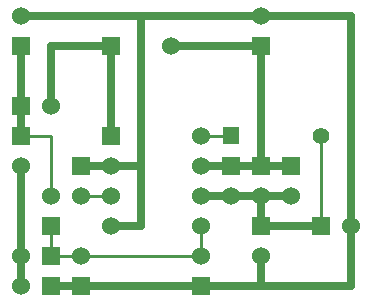
<source format=gbr>
G04 start of page 3 for group 1 idx 1 *
G04 Title: D3, solder *
G04 Creator: pcb 20100929 *
G04 CreationDate: 2012年01月16日 星期一 05时02分32秒 UTC *
G04 For: dword *
G04 Format: Gerber/RS-274X *
G04 PCB-Dimensions: 200000 200000 *
G04 PCB-Coordinate-Origin: lower left *
%MOIN*%
%FSLAX25Y25*%
%LNBACK*%
%ADD11C,0.0200*%
%ADD12C,0.0600*%
%ADD13C,0.0550*%
%ADD14C,0.0300*%
%ADD15C,0.0280*%
%ADD16C,0.0380*%
%ADD17C,0.0250*%
%ADD18C,0.0100*%
G54D17*X20000Y160000D02*Y180000D01*
X40000D01*
G54D18*X10000Y150000D02*X20000D01*
G54D17*X10000Y180000D02*Y150000D01*
Y190000D02*X120000D01*
X60000Y180000D02*X90000D01*
X10000Y140000D02*Y100000D01*
G54D18*X20000Y120000D02*Y110000D01*
G54D17*X40000Y180000D02*Y150000D01*
G54D18*Y130000D02*X30000D01*
G54D17*X50000Y120000D02*Y190000D01*
G54D18*X20000Y150000D02*Y130000D01*
G54D17*X110000Y120000D02*X90000D01*
Y110000D02*Y100000D01*
X70000Y130000D02*X100000D01*
X90000Y180000D02*Y140000D01*
X120000Y190000D02*Y100000D01*
G54D18*X110000Y150000D02*Y120000D01*
G54D17*X90000Y130000D02*Y120000D01*
X30000Y140000D02*X50000D01*
X120000Y100000D02*X20000D01*
G54D18*Y110000D02*X70000D01*
Y120000D01*
G54D17*X40000D02*X50000D01*
X100000Y140000D02*X70000D01*
G54D18*X80000Y150000D02*X70000D01*
G54D11*G36*
X7000Y183000D02*Y177000D01*
X13000D01*
Y183000D01*
X7000D01*
G37*
G54D12*X10000Y190000D03*
G54D11*G36*
X37000Y183000D02*Y177000D01*
X43000D01*
Y183000D01*
X37000D01*
G37*
G36*
X7000Y163000D02*Y157000D01*
X13000D01*
Y163000D01*
X7000D01*
G37*
G54D12*X20000Y160000D03*
X80000Y130000D03*
G54D11*G36*
X17000Y123000D02*Y117000D01*
X23000D01*
Y123000D01*
X17000D01*
G37*
G54D12*X20000Y130000D03*
G54D11*G36*
X107000Y123000D02*Y117000D01*
X113000D01*
Y123000D01*
X107000D01*
G37*
G54D12*X120000Y120000D03*
G54D11*G36*
X87000Y123000D02*Y117000D01*
X93000D01*
Y123000D01*
X87000D01*
G37*
G54D12*X90000Y110000D03*
G54D11*G36*
X97000Y143000D02*Y137000D01*
X103000D01*
Y143000D01*
X97000D01*
G37*
G54D12*X100000Y130000D03*
G54D11*G36*
X67000Y103000D02*Y97000D01*
X73000D01*
Y103000D01*
X67000D01*
G37*
G54D12*X70000Y110000D03*
G54D13*X110000Y150000D03*
G54D11*G36*
X17000Y103000D02*Y97000D01*
X23000D01*
Y103000D01*
X17000D01*
G37*
G54D12*X10000Y100000D03*
G54D11*G36*
X17000Y113000D02*Y107000D01*
X23000D01*
Y113000D01*
X17000D01*
G37*
G36*
X27000Y143000D02*Y137000D01*
X33000D01*
Y143000D01*
X27000D01*
G37*
G54D12*X30000Y130000D03*
G54D11*G36*
X37000Y153000D02*Y147000D01*
X43000D01*
Y153000D01*
X37000D01*
G37*
G54D12*X40000Y140000D03*
Y130000D03*
X10000Y110000D03*
G54D11*G36*
X7000Y153000D02*Y147000D01*
X13000D01*
Y153000D01*
X7000D01*
G37*
G54D12*X10000Y140000D03*
G54D11*G36*
X27000Y103000D02*Y97000D01*
X33000D01*
Y103000D01*
X27000D01*
G37*
G54D12*X30000Y110000D03*
X40000Y120000D03*
X70000D03*
Y130000D03*
Y140000D03*
Y150000D03*
G54D11*G36*
X87000Y143000D02*Y137000D01*
X93000D01*
Y143000D01*
X87000D01*
G37*
G54D12*X90000Y130000D03*
G54D11*G36*
X77000Y143000D02*Y137000D01*
X83000D01*
Y143000D01*
X77000D01*
G37*
G36*
X77250Y152750D02*Y147250D01*
X82750D01*
Y152750D01*
X77250D01*
G37*
G54D12*X60000Y180000D03*
G54D11*G36*
X87000Y183000D02*Y177000D01*
X93000D01*
Y183000D01*
X87000D01*
G37*
G54D12*X90000Y190000D03*
G54D14*G54D15*G54D16*G54D14*G54D15*G54D14*G54D15*G54D14*G54D15*G54D14*G54D15*M02*

</source>
